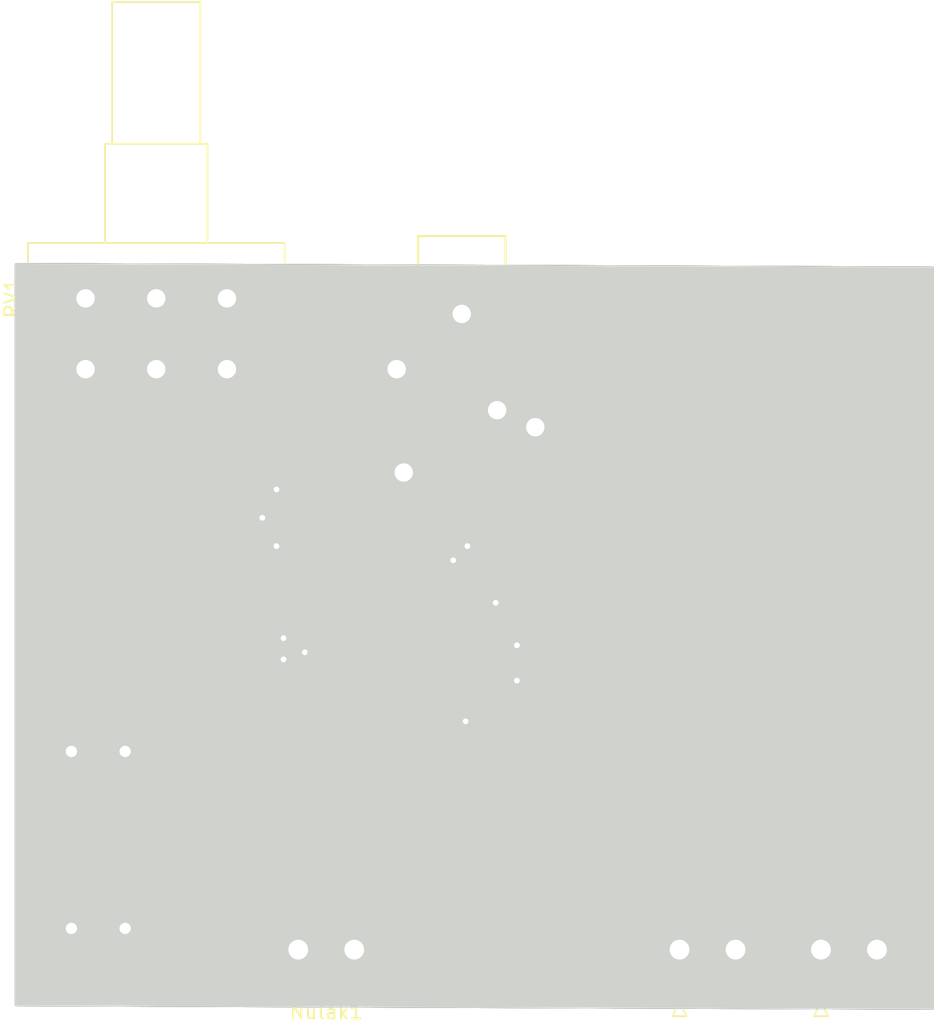
<source format=kicad_pcb>
(kicad_pcb (version 20171130) (host pcbnew "(5.1.8)-1")
  (layers (0 F.Cu signal) (31 B.Cu signal) (34 B.Paste user) (35 F.Paste user) (36 B.SilkS user) (37 F.SilkS user) (38 B.Mask user) (39 F.Mask user) (44 Edge.Cuts user))
  (net 0 "")
  (net 1 OUTPL)
  (net 2 BSPL)
  (net 3 "Net-(C2-Pad2)")
  (net 4 "Net-(C2-Pad1)")
  (net 5 OUTPR)
  (net 6 BSPR)
  (net 7 OUTNR)
  (net 8 BSNR)
  (net 9 GND1)
  (net 10 "Net-(C5-Pad1)")
  (net 11 "Net-(C6-Pad2)")
  (net 12 "Net-(C6-Pad1)")
  (net 13 GND2)
  (net 14 PLIMIT)
  (net 15 GND)
  (net 16 "Net-(C8-Pad1)")
  (net 17 OUTNL)
  (net 18 BSNL)
  (net 19 VCC)
  (net 20 "Net-(C12-Pad2)")
  (net 21 "Net-(C15-Pad1)")
  (net 22 "Net-(C16-Pad2)")
  (net 23 "Net-(C17-Pad1)")
  (net 24 "Net-(C18-Pad2)")
  (net 25 "Net-(C24-Pad1)")
  (net 26 "Net-(C25-Pad2)")
  (net 27 "Net-(C27-Pad1)")
  (net 28 "Net-(C28-Pad2)")
  (net 29 GAIN_SLV)
  (net 30 MUTE)
  (net 31 13)
  (net 32 SYNC)
  (net 33 FAULTZ)
  (net 34 10)
  (net 35 4)
  (module Package_SO:HTSSOP-32-1EP_6.1x11mm_P0.65mm_EP5.2x11mm_Mask4.11x4.36mm (layer F.Cu) (at 175 55)
    (fp_text reference U1 (at 0 -6.55) (layer F.SilkS))
    (fp_text value TPA3116D2DADR-TPA3116D2DADR)
    (pad 33 smd rect (at 0 0) (size 5.2 11) (layers F.Cu))
    (pad 32 smd rect (at 3.65 -4.875) (size 1.2 0.4) (layers F.Cu F.Paste F.Mask) (net 19 VCC))
    (pad 31 smd rect (at 3.65 -4.225) (size 1.2 0.4) (layers F.Cu F.Paste F.Mask) (net 19 VCC))
    (pad 30 smd rect (at 3.65 -3.575) (size 1.2 0.4) (layers F.Cu F.Paste F.Mask) (net 6 BSPR))
    (pad 29 smd rect (at 3.65 -2.925) (size 1.2 0.4) (layers F.Cu F.Paste F.Mask) (net 5 OUTPR))
    (pad 28 smd rect (at 3.65 -2.275) (size 1.2 0.4) (layers F.Cu F.Paste F.Mask) (net 15 GND))
    (pad 27 smd rect (at 3.65 -1.625) (size 1.2 0.4) (layers F.Cu F.Paste F.Mask) (net 7 OUTNR))
    (pad 26 smd rect (at 3.65 -0.975) (size 1.2 0.4) (layers F.Cu F.Paste F.Mask) (net 8 BSNR))
    (pad 25 smd rect (at 3.65 -0.325) (size 1.2 0.4) (layers F.Cu F.Paste F.Mask) (net 15 GND))
    (pad 24 smd rect (at 3.65 0.325) (size 1.2 0.4) (layers F.Cu F.Paste F.Mask) (net 2 BSPL))
    (pad 23 smd rect (at 3.65 0.975) (size 1.2 0.4) (layers F.Cu F.Paste F.Mask) (net 1 OUTPL))
    (pad 22 smd rect (at 3.65 1.625) (size 1.2 0.4) (layers F.Cu F.Paste F.Mask) (net 15 GND))
    (pad 21 smd rect (at 3.65 2.275) (size 1.2 0.4) (layers F.Cu F.Paste F.Mask) (net 17 OUTNL))
    (pad 20 smd rect (at 3.65 2.925) (size 1.2 0.4) (layers F.Cu F.Paste F.Mask) (net 18 BSNL))
    (pad 19 smd rect (at 3.65 3.575) (size 1.2 0.4) (layers F.Cu F.Paste F.Mask) (net 19 VCC))
    (pad 18 smd rect (at 3.65 4.225) (size 1.2 0.4) (layers F.Cu F.Paste F.Mask) (net 19 VCC))
    (pad 17 smd rect (at 3.65 4.875) (size 1.2 0.4) (layers F.Cu F.Paste F.Mask) (net 19 VCC))
    (pad 16 smd rect (at -3.65 4.875) (size 1.2 0.4) (layers F.Cu F.Paste F.Mask) (net 32 SYNC))
    (pad 15 smd rect (at -3.65 4.225) (size 1.2 0.4) (layers F.Cu F.Paste F.Mask) (net 15 GND))
    (pad 14 smd rect (at -3.65 3.575) (size 1.2 0.4) (layers F.Cu F.Paste F.Mask) (net 15 GND))
    (pad 13 smd rect (at -3.65 2.925) (size 1.2 0.4) (layers F.Cu F.Paste F.Mask) (net 31 13))
    (pad 12 smd rect (at -3.65 2.275) (size 1.2 0.4) (layers F.Cu F.Paste F.Mask) (net 30 MUTE))
    (pad 11 smd rect (at -3.65 1.625) (size 1.2 0.4) (layers F.Cu F.Paste F.Mask) (net 9 GND1))
    (pad 10 smd rect (at -3.65 0.975) (size 1.2 0.4) (layers F.Cu F.Paste F.Mask) (net 34 10))
    (pad 9 smd rect (at -3.65 0.325) (size 1.2 0.4) (layers F.Cu F.Paste F.Mask) (net 15 GND))
    (pad 8 smd rect (at -3.65 -0.325) (size 1.2 0.4) (layers F.Cu F.Paste F.Mask) (net 29 GAIN_SLV))
    (pad 7 smd rect (at -3.65 -0.975) (size 1.2 0.4) (layers F.Cu F.Paste F.Mask) (net 14 PLIMIT))
    (pad 6 smd rect (at -3.65 -1.625) (size 1.2 0.4) (layers F.Cu F.Paste F.Mask) (net 14 PLIMIT))
    (pad 5 smd rect (at -3.65 -2.275) (size 1.2 0.4) (layers F.Cu F.Paste F.Mask) (net 9 GND1))
    (pad 4 smd rect (at -3.65 -2.925) (size 1.2 0.4) (layers F.Cu F.Paste F.Mask) (net 35 4))
    (pad 3 smd rect (at -3.65 -3.575) (size 1.2 0.4) (layers F.Cu F.Paste F.Mask) (net 33 FAULTZ))
    (pad 2 smd rect (at -3.65 -4.225) (size 1.2 0.4) (layers F.Cu F.Paste F.Mask) (net 33 FAULTZ))
    (pad 1 smd rect (at -3.65 -4.875) (size 1.2 0.4) (layers F.Cu F.Paste F.Mask) (net 15 GND))
  )
  (module Potentiometer_THT:Potentiometer_Alps_RK163_Dual_Horizontal (layer F.Cu) (at 163 30 90)
    (fp_text reference RV1 (at 0 -15.2 90) (layer F.SilkS))
    (fp_text value 50k)
    (pad 4 thru_hole circle (at -5 0 90) (size 2.34 2.34) (drill 1.3) (layers *.Cu *.Mask) (net 12 "Net-(C6-Pad1)"))
    (pad 5 thru_hole circle (at -5 -5 90) (size 2.34 2.34) (drill 1.3) (layers *.Cu *.Mask) (net 34 10))
    (pad 6 thru_hole circle (at -5 -10 90) (size 2.34 2.34) (drill 1.3) (layers *.Cu *.Mask) (net 9 GND1))
    (pad 1 thru_hole circle (at 0 0 90) (size 2.34 2.34) (drill 1.3) (layers *.Cu *.Mask) (net 4 "Net-(C2-Pad1)"))
    (pad 2 thru_hole circle (at 0 -5 90) (size 2.34 2.34) (drill 1.3) (layers *.Cu *.Mask) (net 35 4))
    (pad 3 thru_hole circle (at 0 -10 90) (size 2.34 2.34) (drill 1.3) (layers *.Cu *.Mask) (net 9 GND1))
  )
  (module Connector_TE-Connectivity:TE_826576-2_1x02_P3.96mm_Vertical (layer F.Cu) (at 195 76)
    (fp_text reference R13 (at 1.98 -4.4) (layer F.SilkS))
    (fp_text value L)
    (pad 2 thru_hole circle (at 3.96 0) (size 2.4 2.4) (drill 1.4) (layers *.Cu *.Mask) (net 23 "Net-(C17-Pad1)"))
    (pad 1 thru_hole roundrect (at 0 0) (size 2.4 2.4) (drill 1.4) (layers *.Cu *.Mask) (roundrect_rratio 0.104167) (net 24 "Net-(C18-Pad2)"))
  )
  (module Connector_TE-Connectivity:TE_826576-2_1x02_P3.96mm_Vertical (layer F.Cu) (at 205 76)
    (fp_text reference R12 (at 1.98 -4.4) (layer F.SilkS))
    (fp_text value L)
    (pad 2 thru_hole circle (at 3.96 0) (size 2.4 2.4) (drill 1.4) (layers *.Cu *.Mask) (net 21 "Net-(C15-Pad1)"))
    (pad 1 thru_hole roundrect (at 0 0) (size 2.4 2.4) (drill 1.4) (layers *.Cu *.Mask) (roundrect_rratio 0.104167) (net 22 "Net-(C16-Pad2)"))
  )
  (module Resistor_SMD:R_0603_1608Metric (layer F.Cu) (at 208 57 180)
    (fp_text reference R11 (at 0 -1.43) (layer F.SilkS))
    (fp_text value 3.3)
    (pad 2 smd roundrect (at 0.825 0 180) (size 0.8 0.95) (layers F.Cu F.Paste F.Mask) (net 27 "Net-(C27-Pad1)"))
    (pad 1 smd roundrect (at -0.825 0 180) (size 0.8 0.95) (layers F.Cu F.Paste F.Mask) (net 23 "Net-(C17-Pad1)"))
  )
  (module Resistor_SMD:R_0603_1608Metric (layer F.Cu) (at 208 47 270)
    (fp_text reference R10 (at 0 -1.43 90) (layer F.SilkS))
    (fp_text value 3.3)
    (pad 2 smd roundrect (at 0.825 0 270) (size 0.8 0.95) (layers F.Cu F.Paste F.Mask) (net 22 "Net-(C16-Pad2)"))
    (pad 1 smd roundrect (at -0.825 0 270) (size 0.8 0.95) (layers F.Cu F.Paste F.Mask) (net 26 "Net-(C25-Pad2)"))
  )
  (module Resistor_SMD:R_0603_1608Metric (layer F.Cu) (at 208 36 180)
    (fp_text reference R9 (at 0 -1.43) (layer F.SilkS))
    (fp_text value 3.3)
    (pad 2 smd roundrect (at 0.825 0 180) (size 0.8 0.95) (layers F.Cu F.Paste F.Mask) (net 25 "Net-(C24-Pad1)"))
    (pad 1 smd roundrect (at -0.825 0 180) (size 0.8 0.95) (layers F.Cu F.Paste F.Mask) (net 21 "Net-(C15-Pad1)"))
  )
  (module Resistor_SMD:R_0603_1608Metric (layer F.Cu) (at 208 62 270)
    (fp_text reference R8 (at 0 -1.43 90) (layer F.SilkS))
    (fp_text value 3.3)
    (pad 2 smd roundrect (at 0.825 0 270) (size 0.8 0.95) (layers F.Cu F.Paste F.Mask) (net 24 "Net-(C18-Pad2)"))
    (pad 1 smd roundrect (at -0.825 0 270) (size 0.8 0.95) (layers F.Cu F.Paste F.Mask) (net 28 "Net-(C28-Pad2)"))
  )
  (module Resistor_SMD:R_0603_1608Metric (layer F.Cu) (at 153 53.5)
    (fp_text reference R7 (at 0 -1.43) (layer F.SilkS))
    (fp_text value 3.3)
    (pad 2 smd roundrect (at 0.825 0) (size 0.8 0.95) (layers F.Cu F.Paste F.Mask) (net 20 "Net-(C12-Pad2)"))
    (pad 1 smd roundrect (at -0.825 0) (size 0.8 0.95) (layers F.Cu F.Paste F.Mask) (net 19 VCC))
  )
  (module Resistor_SMD:R_0603_1608Metric (layer F.Cu) (at 153 49)
    (fp_text reference R6 (at 0 -1.43) (layer F.SilkS))
    (fp_text value 100k)
    (pad 2 smd roundrect (at 0.825 0) (size 0.8 0.95) (layers F.Cu F.Paste F.Mask) (net 33 FAULTZ))
    (pad 1 smd roundrect (at -0.825 0) (size 0.8 0.95) (layers F.Cu F.Paste F.Mask) (net 19 VCC))
  )
  (module Resistor_SMD:R_0603_1608Metric (layer F.Cu) (at 170 64)
    (fp_text reference R5 (at 0 -1.43) (layer F.SilkS))
    (fp_text value 4,7k)
    (pad 2 smd roundrect (at 0.825 0) (size 0.8 0.95) (layers F.Cu F.Paste F.Mask) (net 16 "Net-(C8-Pad1)"))
    (pad 1 smd roundrect (at -0.825 0) (size 0.8 0.95) (layers F.Cu F.Paste F.Mask) (net 32 SYNC))
  )
  (module Resistor_SMD:R_0603_1608Metric (layer F.Cu) (at 163 52 180)
    (fp_text reference R4 (at 0 -1.43) (layer F.SilkS))
    (fp_text value 100k)
    (pad 2 smd roundrect (at 0.825 0 180) (size 0.8 0.95) (layers F.Cu F.Paste F.Mask) (net 19 VCC))
    (pad 1 smd roundrect (at -0.825 0 180) (size 0.8 0.95) (layers F.Cu F.Paste F.Mask) (net 31 13))
  )
  (module Resistor_SMD:R_0603_1608Metric (layer F.Cu) (at 158.175 41 180)
    (fp_text reference R3 (at 0 -1.43) (layer F.SilkS))
    (fp_text value 100k)
    (pad 2 smd roundrect (at 0.825 0 180) (size 0.8 0.95) (layers F.Cu F.Paste F.Mask) (net 29 GAIN_SLV))
    (pad 1 smd roundrect (at -0.825 0 180) (size 0.8 0.95) (layers F.Cu F.Paste F.Mask) (net 14 PLIMIT))
  )
  (module Resistor_SMD:R_0603_1608Metric (layer F.Cu) (at 158 47)
    (fp_text reference R2 (at 0 -1.43) (layer F.SilkS))
    (fp_text value 100k)
    (pad 2 smd roundrect (at 0.825 0) (size 0.8 0.95) (layers F.Cu F.Paste F.Mask) (net 30 MUTE))
    (pad 1 smd roundrect (at -0.825 0) (size 0.8 0.95) (layers F.Cu F.Paste F.Mask) (net 15 GND))
  )
  (module Resistor_SMD:R_0603_1608Metric (layer F.Cu) (at 158 44 180)
    (fp_text reference R1 (at 0 -1.43) (layer F.SilkS))
    (fp_text value 20k)
    (pad 2 smd roundrect (at 0.825 0 180) (size 0.8 0.95) (layers F.Cu F.Paste F.Mask) (net 13 GND2))
    (pad 1 smd roundrect (at -0.825 0 180) (size 0.8 0.95) (layers F.Cu F.Paste F.Mask) (net 29 GAIN_SLV))
  )
  (module Connector_TE-Connectivity:TE_826576-2_1x02_P3.96mm_Vertical (layer F.Cu) (at 172 76 180)
    (fp_text reference Nulák1 (at 1.98 -4.4) (layer F.SilkS))
    (fp_text value Napětí)
    (pad 2 thru_hole circle (at 3.96 0 180) (size 2.4 2.4) (drill 1.4) (layers *.Cu *.Mask) (net 19 VCC))
    (pad 1 thru_hole roundrect (at 0 0 180) (size 2.4 2.4) (drill 1.4) (layers *.Cu *.Mask) (roundrect_rratio 0.104167) (net 15 GND))
  )
  (module Inductor_SMD:L_Bourns-SRU1028_10.0x10.0mm (layer F.Cu) (at 184 72.5)
    (fp_text reference L4 (at 0 -6.2) (layer F.SilkS))
    (fp_text value 10.0μH)
    (pad 2 smd rect (at 4.5 0) (size 1.8 3.6) (layers F.Cu F.Paste F.Mask) (net 24 "Net-(C18-Pad2)"))
    (pad 1 smd rect (at -4.5 0) (size 1.8 3.6) (layers F.Cu F.Paste F.Mask) (net 17 OUTNL))
  )
  (module Inductor_SMD:L_Bourns-SRU1028_10.0x10.0mm (layer F.Cu) (at 195 60 180)
    (fp_text reference L3 (at 0 -6.2) (layer F.SilkS))
    (fp_text value 10.0μH)
    (pad 2 smd rect (at 4.5 0 180) (size 1.8 3.6) (layers F.Cu F.Paste F.Mask) (net 1 OUTPL))
    (pad 1 smd rect (at -4.5 0 180) (size 1.8 3.6) (layers F.Cu F.Paste F.Mask) (net 23 "Net-(C17-Pad1)"))
  )
  (module Inductor_SMD:L_Bourns-SRU1028_10.0x10.0mm (layer F.Cu) (at 195 47.5)
    (fp_text reference L2 (at 0 -6.2) (layer F.SilkS))
    (fp_text value 10.0μH)
    (pad 2 smd rect (at 4.5 0) (size 1.8 3.6) (layers F.Cu F.Paste F.Mask) (net 22 "Net-(C16-Pad2)"))
    (pad 1 smd rect (at -4.5 0) (size 1.8 3.6) (layers F.Cu F.Paste F.Mask) (net 7 OUTNR))
  )
  (module Inductor_SMD:L_Bourns-SRU1028_10.0x10.0mm (layer F.Cu) (at 195 35 180)
    (fp_text reference L1 (at 0 -6.2) (layer F.SilkS))
    (fp_text value 10.0μH)
    (pad 2 smd rect (at 4.5 0 180) (size 1.8 3.6) (layers F.Cu F.Paste F.Mask) (net 5 OUTPR))
    (pad 1 smd rect (at -4.5 0 180) (size 1.8 3.6) (layers F.Cu F.Paste F.Mask) (net 21 "Net-(C15-Pad1)"))
  )
  (module Connector_Audio:Jack_3.5mm_Ledino_KB3SPRS_Horizontal (layer F.Cu) (at 175 35 270)
    (fp_text reference J1 (at -3.5 2.3 90) (layer F.SilkS))
    (fp_text value AudioJack3)
    (pad S thru_hole oval (at -3.9 -4.6 270) (size 2.2 4) (drill 1.3) (layers *.Cu *.Mask) (net 3 "Net-(C2-Pad2)"))
    (pad R thru_hole oval (at 4.1 -9.8 270) (size 4 2.2) (drill 1.3) (layers *.Cu *.Mask) (net 11 "Net-(C6-Pad2)"))
    (pad RN thru_hole oval (at 2.9 -7.1 270) (size 4 2.2) (drill 1.3) (layers *.Cu *.Mask))
    (pad TN thru_hole oval (at 7.3 -0.5) (size 4 2.2) (drill 1.3) (layers *.Cu *.Mask))
    (pad T thru_hole rect (at 0 0 270) (size 4 2.2) (drill 1.3) (layers *.Cu *.Mask) (net 10 "Net-(C5-Pad1)"))
  )
  (module Capacitor_THT:CP_Radial_D8.0mm_P3.80mm (layer F.Cu) (at 152 74.5)
    (fp_text reference C29 (at 1.9 -5.25) (layer F.SilkS))
    (fp_text value 220uF)
    (pad 2 thru_hole circle (at 3.8 0) (size 1.6 1.6) (drill 0.8) (layers *.Cu *.Mask) (net 15 GND))
    (pad 1 thru_hole rect (at 0 0) (size 1.6 1.6) (drill 0.8) (layers *.Cu *.Mask) (net 19 VCC))
  )
  (module Capacitor_SMD:C_0603_1608Metric (layer F.Cu) (at 203 62 90)
    (fp_text reference C28 (at 0 -1.43 90) (layer F.SilkS))
    (fp_text value 10nF)
    (pad 2 smd roundrect (at 0.775 0 90) (size 0.9 0.95) (layers F.Cu F.Paste F.Mask) (net 28 "Net-(C28-Pad2)"))
    (pad 1 smd roundrect (at -0.775 0 90) (size 0.9 0.95) (layers F.Cu F.Paste F.Mask) (net 15 GND))
  )
  (module Capacitor_SMD:C_0603_1608Metric (layer F.Cu) (at 203 57 90)
    (fp_text reference C27 (at 0 -1.43 90) (layer F.SilkS))
    (fp_text value 10nF)
    (pad 2 smd roundrect (at 0.775 0 90) (size 0.9 0.95) (layers F.Cu F.Paste F.Mask) (net 15 GND))
    (pad 1 smd roundrect (at -0.775 0 90) (size 0.9 0.95) (layers F.Cu F.Paste F.Mask) (net 27 "Net-(C27-Pad1)"))
  )
  (module Capacitor_SMD:C_0603_1608Metric (layer F.Cu) (at 161 63 180)
    (fp_text reference C26 (at 0 -1.43) (layer F.SilkS))
    (fp_text value 100nF)
    (pad 2 smd roundrect (at 0.775 0 180) (size 0.9 0.95) (layers F.Cu F.Paste F.Mask) (net 15 GND))
    (pad 1 smd roundrect (at -0.775 0 180) (size 0.9 0.95) (layers F.Cu F.Paste F.Mask) (net 19 VCC))
  )
  (module Capacitor_SMD:C_0603_1608Metric (layer F.Cu) (at 207.775 42 270)
    (fp_text reference C25 (at 0 -1.43 90) (layer F.SilkS))
    (fp_text value 10nF)
    (pad 2 smd roundrect (at 0.775 0 270) (size 0.9 0.95) (layers F.Cu F.Paste F.Mask) (net 26 "Net-(C25-Pad2)"))
    (pad 1 smd roundrect (at -0.775 0 270) (size 0.9 0.95) (layers F.Cu F.Paste F.Mask) (net 15 GND))
  )
  (module Capacitor_SMD:C_0603_1608Metric (layer F.Cu) (at 204 36 270)
    (fp_text reference C24 (at 0 -1.43 90) (layer F.SilkS))
    (fp_text value 10nF)
    (pad 2 smd roundrect (at 0.775 0 270) (size 0.9 0.95) (layers F.Cu F.Paste F.Mask) (net 15 GND))
    (pad 1 smd roundrect (at -0.775 0 270) (size 0.9 0.95) (layers F.Cu F.Paste F.Mask) (net 25 "Net-(C24-Pad1)"))
  )
  (module Capacitor_SMD:C_0603_1608Metric (layer F.Cu) (at 164.775 65 90)
    (fp_text reference C23 (at 0 -1.43 90) (layer F.SilkS))
    (fp_text value 1nF)
    (pad 2 smd roundrect (at 0.775 0 90) (size 0.9 0.95) (layers F.Cu F.Paste F.Mask) (net 15 GND))
    (pad 1 smd roundrect (at -0.775 0 90) (size 0.9 0.95) (layers F.Cu F.Paste F.Mask) (net 19 VCC))
  )
  (module Capacitor_SMD:C_0603_1608Metric (layer F.Cu) (at 208 66 270)
    (fp_text reference C22 (at 0 -1.43 90) (layer F.SilkS))
    (fp_text value 1nF)
    (pad 2 smd roundrect (at 0.775 0 270) (size 0.9 0.95) (layers F.Cu F.Paste F.Mask) (net 24 "Net-(C18-Pad2)"))
    (pad 1 smd roundrect (at -0.775 0 270) (size 0.9 0.95) (layers F.Cu F.Paste F.Mask) (net 15 GND))
  )
  (module Capacitor_SMD:C_0603_1608Metric (layer F.Cu) (at 208 53 90)
    (fp_text reference C21 (at 0 -1.43 90) (layer F.SilkS))
    (fp_text value 1nF)
    (pad 2 smd roundrect (at 0.775 0 90) (size 0.9 0.95) (layers F.Cu F.Paste F.Mask) (net 15 GND))
    (pad 1 smd roundrect (at -0.775 0 90) (size 0.9 0.95) (layers F.Cu F.Paste F.Mask) (net 23 "Net-(C17-Pad1)"))
  )
  (module Capacitor_SMD:C_0603_1608Metric (layer F.Cu) (at 204 47 90)
    (fp_text reference C20 (at 0 -1.43 90) (layer F.SilkS))
    (fp_text value 1nF)
    (pad 2 smd roundrect (at 0.775 0 90) (size 0.9 0.95) (layers F.Cu F.Paste F.Mask) (net 22 "Net-(C16-Pad2)"))
    (pad 1 smd roundrect (at -0.775 0 90) (size 0.9 0.95) (layers F.Cu F.Paste F.Mask) (net 15 GND))
  )
  (module Capacitor_SMD:C_0603_1608Metric (layer F.Cu) (at 208 31 90)
    (fp_text reference C19 (at 0 -1.43 90) (layer F.SilkS))
    (fp_text value 1nF)
    (pad 2 smd roundrect (at 0.775 0 90) (size 0.9 0.95) (layers F.Cu F.Paste F.Mask) (net 15 GND))
    (pad 1 smd roundrect (at -0.775 0 90) (size 0.9 0.95) (layers F.Cu F.Paste F.Mask) (net 21 "Net-(C15-Pad1)"))
  )
  (module Capacitor_SMD:C_0603_1608Metric (layer F.Cu) (at 203 66.225 270)
    (fp_text reference C18 (at 0 -1.43 90) (layer F.SilkS))
    (fp_text value 680nF)
    (pad 2 smd roundrect (at 0.775 0 270) (size 0.9 0.95) (layers F.Cu F.Paste F.Mask) (net 24 "Net-(C18-Pad2)"))
    (pad 1 smd roundrect (at -0.775 0 270) (size 0.9 0.95) (layers F.Cu F.Paste F.Mask) (net 15 GND))
  )
  (module Capacitor_SMD:C_0603_1608Metric (layer F.Cu) (at 203 53 90)
    (fp_text reference C17 (at 0 -1.43 90) (layer F.SilkS))
    (fp_text value 680nF)
    (pad 2 smd roundrect (at 0.775 0 90) (size 0.9 0.95) (layers F.Cu F.Paste F.Mask) (net 15 GND))
    (pad 1 smd roundrect (at -0.775 0 90) (size 0.9 0.95) (layers F.Cu F.Paste F.Mask) (net 23 "Net-(C17-Pad1)"))
  )
  (module Capacitor_SMD:C_0603_1608Metric (layer F.Cu) (at 204 42 270)
    (fp_text reference C16 (at 0 -1.43 90) (layer F.SilkS))
    (fp_text value 680nF)
    (pad 2 smd roundrect (at 0.775 0 270) (size 0.9 0.95) (layers F.Cu F.Paste F.Mask) (net 22 "Net-(C16-Pad2)"))
    (pad 1 smd roundrect (at -0.775 0 270) (size 0.9 0.95) (layers F.Cu F.Paste F.Mask) (net 15 GND))
  )
  (module Capacitor_SMD:C_0603_1608Metric (layer F.Cu) (at 204 31 90)
    (fp_text reference C15 (at 0 -1.43 90) (layer F.SilkS))
    (fp_text value 680nF)
    (pad 2 smd roundrect (at 0.775 0 90) (size 0.9 0.95) (layers F.Cu F.Paste F.Mask) (net 15 GND))
    (pad 1 smd roundrect (at -0.775 0 90) (size 0.9 0.95) (layers F.Cu F.Paste F.Mask) (net 21 "Net-(C15-Pad1)"))
  )
  (module Capacitor_SMD:C_0603_1608Metric (layer F.Cu) (at 161 67)
    (fp_text reference C14 (at 0 -1.43) (layer F.SilkS))
    (fp_text value 10nF)
    (pad 2 smd roundrect (at 0.775 0) (size 0.9 0.95) (layers F.Cu F.Paste F.Mask) (net 19 VCC))
    (pad 1 smd roundrect (at -0.775 0) (size 0.9 0.95) (layers F.Cu F.Paste F.Mask) (net 15 GND))
  )
  (module Capacitor_THT:CP_Radial_D8.0mm_P3.80mm (layer F.Cu) (at 152 62)
    (fp_text reference C13 (at 1.9 -5.25) (layer F.SilkS))
    (fp_text value 220uF)
    (pad 2 thru_hole circle (at 3.8 0) (size 1.6 1.6) (drill 0.8) (layers *.Cu *.Mask) (net 15 GND))
    (pad 1 thru_hole rect (at 0 0) (size 1.6 1.6) (drill 0.8) (layers *.Cu *.Mask) (net 19 VCC))
  )
  (module Capacitor_SMD:C_0603_1608Metric (layer F.Cu) (at 158 56 90)
    (fp_text reference C12 (at 0 -1.43 90) (layer F.SilkS))
    (fp_text value 100nF)
    (pad 2 smd roundrect (at 0.775 0 90) (size 0.9 0.95) (layers F.Cu F.Paste F.Mask) (net 20 "Net-(C12-Pad2)"))
    (pad 1 smd roundrect (at -0.775 0 90) (size 0.9 0.95) (layers F.Cu F.Paste F.Mask) (net 15 GND))
  )
  (module Capacitor_SMD:C_0603_1608Metric (layer F.Cu) (at 161 71)
    (fp_text reference C11 (at 0 -1.43) (layer F.SilkS))
    (fp_text value 100nF)
    (pad 2 smd roundrect (at 0.775 0) (size 0.9 0.95) (layers F.Cu F.Paste F.Mask) (net 15 GND))
    (pad 1 smd roundrect (at -0.775 0) (size 0.9 0.95) (layers F.Cu F.Paste F.Mask) (net 19 VCC))
  )
  (module Capacitor_SMD:C_0603_1608Metric (layer F.Cu) (at 165 69 180)
    (fp_text reference C10 (at 0 -1.43) (layer F.SilkS))
    (fp_text value 1nF)
    (pad 2 smd roundrect (at 0.775 0 180) (size 0.9 0.95) (layers F.Cu F.Paste F.Mask) (net 15 GND))
    (pad 1 smd roundrect (at -0.775 0 180) (size 0.9 0.95) (layers F.Cu F.Paste F.Mask) (net 19 VCC))
  )
  (module Capacitor_SMD:C_0603_1608Metric (layer F.Cu) (at 187 61.225 90)
    (fp_text reference C9 (at 0 -1.43 90) (layer F.SilkS))
    (fp_text value 1μF)
    (pad 2 smd roundrect (at 0.775 0 90) (size 0.9 0.95) (layers F.Cu F.Paste F.Mask) (net 17 OUTNL))
    (pad 1 smd roundrect (at -0.775 0 90) (size 0.9 0.95) (layers F.Cu F.Paste F.Mask) (net 18 BSNL))
  )
  (module Capacitor_SMD:C_0603_1608Metric (layer F.Cu) (at 175 64)
    (fp_text reference C8 (at 0 -1.43) (layer F.SilkS))
    (fp_text value 47pF)
    (pad 2 smd roundrect (at 0.775 0) (size 0.9 0.95) (layers F.Cu F.Paste F.Mask) (net 15 GND))
    (pad 1 smd roundrect (at -0.775 0) (size 0.9 0.95) (layers F.Cu F.Paste F.Mask) (net 16 "Net-(C8-Pad1)"))
  )
  (module Capacitor_SMD:C_0603_1608Metric (layer F.Cu) (at 153 42 270)
    (fp_text reference C7 (at 0 -1.43 90) (layer F.SilkS))
    (fp_text value 1μF)
    (pad 2 smd roundrect (at 0.775 0 270) (size 0.9 0.95) (layers F.Cu F.Paste F.Mask) (net 13 GND2))
    (pad 1 smd roundrect (at -0.775 0 270) (size 0.9 0.95) (layers F.Cu F.Paste F.Mask) (net 14 PLIMIT))
  )
  (module Capacitor_SMD:C_0603_1608Metric (layer F.Cu) (at 170 33.5)
    (fp_text reference C6 (at 0 -1.43) (layer F.SilkS))
    (fp_text value 1μF)
    (pad 2 smd roundrect (at 0.775 0) (size 0.9 0.95) (layers F.Cu F.Paste F.Mask) (net 11 "Net-(C6-Pad2)"))
    (pad 1 smd roundrect (at -0.775 0) (size 0.9 0.95) (layers F.Cu F.Paste F.Mask) (net 12 "Net-(C6-Pad1)"))
  )
  (module Capacitor_SMD:C_0603_1608Metric (layer F.Cu) (at 170 36 180)
    (fp_text reference C5 (at 0 -1.43) (layer F.SilkS))
    (fp_text value 1μF)
    (pad 2 smd roundrect (at 0.775 0 180) (size 0.9 0.95) (layers F.Cu F.Paste F.Mask) (net 9 GND1))
    (pad 1 smd roundrect (at -0.775 0 180) (size 0.9 0.95) (layers F.Cu F.Paste F.Mask) (net 10 "Net-(C5-Pad1)"))
  )
  (module Capacitor_SMD:C_0603_1608Metric (layer F.Cu) (at 187 53.225 90)
    (fp_text reference C4 (at 0 -1.43 90) (layer F.SilkS))
    (fp_text value 1μF)
    (pad 2 smd roundrect (at 0.775 0 90) (size 0.9 0.95) (layers F.Cu F.Paste F.Mask) (net 7 OUTNR))
    (pad 1 smd roundrect (at -0.775 0 90) (size 0.9 0.95) (layers F.Cu F.Paste F.Mask) (net 8 BSNR))
  )
  (module Capacitor_SMD:C_0603_1608Metric (layer F.Cu) (at 187 49 270)
    (fp_text reference C3 (at 0 -1.43 90) (layer F.SilkS))
    (fp_text value 1μF)
    (pad 2 smd roundrect (at 0.775 0 270) (size 0.9 0.95) (layers F.Cu F.Paste F.Mask) (net 5 OUTPR))
    (pad 1 smd roundrect (at -0.775 0 270) (size 0.9 0.95) (layers F.Cu F.Paste F.Mask) (net 6 BSPR))
  )
  (module Capacitor_SMD:C_0603_1608Metric (layer F.Cu) (at 170 31)
    (fp_text reference C2 (at 0 -1.43) (layer F.SilkS))
    (fp_text value 1μF)
    (pad 2 smd roundrect (at 0.775 0) (size 0.9 0.95) (layers F.Cu F.Paste F.Mask) (net 3 "Net-(C2-Pad2)"))
    (pad 1 smd roundrect (at -0.775 0) (size 0.9 0.95) (layers F.Cu F.Paste F.Mask) (net 4 "Net-(C2-Pad1)"))
  )
  (module Capacitor_SMD:C_0603_1608Metric (layer F.Cu) (at 187 57 270)
    (fp_text reference C1 (at 0 -1.43 90) (layer F.SilkS))
    (fp_text value 1μF)
    (pad 2 smd roundrect (at 0.775 0 270) (size 0.9 0.95) (layers F.Cu F.Paste F.Mask) (net 1 OUTPL))
    (pad 1 smd roundrect (at -0.775 0 270) (size 0.9 0.95) (layers F.Cu F.Paste F.Mask) (net 2 BSPL))
  )
  (segment (start 188.275 57.775) (end 190.5 60) (width 0.381) (layer F.Cu) (net 1))
  (segment (start 187 57.775) (end 188.275 57.775) (width 0.381) (layer F.Cu) (net 1))
  (segment (start 178.65 55.975) (end 183.975 55.975) (width 0.381) (layer F.Cu) (net 1))
  (segment (start 185.775 57.775) (end 187 57.775) (width 0.381) (layer F.Cu) (net 1))
  (segment (start 183.975 55.975) (end 185.775 57.775) (width 0.381) (layer F.Cu) (net 1))
  (segment (start 186.1 55.325) (end 187 56.225) (width 0.381) (layer F.Cu) (net 2))
  (segment (start 178.65 55.325) (end 186.1 55.325) (width 0.381) (layer F.Cu) (net 2))
  (segment (start 179.5 31) (end 179.6 31.1) (width 0.762) (layer F.Cu) (net 3))
  (segment (start 170.775 31) (end 179.5 31) (width 0.762) (layer F.Cu) (net 3))
  (segment (start 164 31) (end 163 30) (width 0.762) (layer F.Cu) (net 4))
  (segment (start 169.225 31) (end 164 31) (width 0.762) (layer F.Cu) (net 4))
  (segment (start 187.86551 37.63449) (end 190.5 35) (width 0.381) (layer F.Cu) (net 5))
  (segment (start 187.86551 48.90949) (end 187.86551 37.63449) (width 0.381) (layer F.Cu) (net 5))
  (segment (start 187 49.775) (end 187.86551 48.90949) (width 0.381) (layer F.Cu) (net 5))
  (segment (start 179.631 52.075) (end 181.706 50) (width 0.381) (layer F.Cu) (net 5))
  (segment (start 178.65 52.075) (end 179.631 52.075) (width 0.381) (layer F.Cu) (net 5))
  (segment (start 186.775 50) (end 187 49.775) (width 0.381) (layer F.Cu) (net 5))
  (segment (start 181.706 50) (end 186.775 50) (width 0.381) (layer F.Cu) (net 5))
  (segment (start 187 48.225) (end 186.775 48.225) (width 0.381) (layer F.Cu) (net 6))
  (segment (start 182.659328 48.225) (end 187 48.225) (width 0.381) (layer F.Cu) (net 6))
  (segment (start 179.459328 51.425) (end 182.659328 48.225) (width 0.381) (layer F.Cu) (net 6))
  (segment (start 178.65 51.425) (end 179.459328 51.425) (width 0.381) (layer F.Cu) (net 6))
  (segment (start 190.5 48.95) (end 190.5 47.5) (width 0.381) (layer F.Cu) (net 7))
  (segment (start 187 52.45) (end 190.5 48.95) (width 0.381) (layer F.Cu) (net 7))
  (segment (start 187 52.45) (end 186.55 52.45) (width 0.381) (layer F.Cu) (net 7))
  (segment (start 178.65 53.375) (end 181.625 53.375) (width 0.381) (layer F.Cu) (net 7))
  (segment (start 182.55 52.45) (end 187 52.45) (width 0.381) (layer F.Cu) (net 7))
  (segment (start 181.625 53.375) (end 182.55 52.45) (width 0.381) (layer F.Cu) (net 7))
  (segment (start 178.675 54) (end 178.65 54.025) (width 0.381) (layer F.Cu) (net 8))
  (segment (start 178.65 54.025) (end 182.00601 54.025) (width 0.381) (layer F.Cu) (net 8))
  (segment (start 182.00601 54.025) (end 183 53.03101) (width 0.381) (layer F.Cu) (net 8))
  (segment (start 186.03101 53.03101) (end 187 54) (width 0.381) (layer F.Cu) (net 8))
  (segment (start 183 53.03101) (end 186.03101 53.03101) (width 0.381) (layer F.Cu) (net 8))
  (segment (start 153 30) (end 153 35) (width 0.762) (layer F.Cu) (net 9))
  (segment (start 165.5 47) (end 165.5 45.5) (width 0.381) (layer F.Cu) (net 9))
  (segment (start 165.5 49) (end 165.5 47) (width 0.381) (layer F.Cu) (net 9))
  (segment (start 169.225 52.725) (end 165.5 49) (width 0.381) (layer F.Cu) (net 9))
  (segment (start 171.35 52.725) (end 169.225 52.725) (width 0.381) (layer F.Cu) (net 9))
  (segment (start 171.35 56.625) (end 168.125 56.625) (width 0.381) (layer F.Cu) (net 9))
  (segment (start 168.125 56.625) (end 167 55.5) (width 0.381) (layer F.Cu) (net 9))
  (segment (start 167 55.5) (end 167 55.5) (width 0.381) (layer F.Cu) (net 9))
  (via (at 167 55.5) (size 0.508) (drill 0.4064) (layers F.Cu B.Cu) (net 9))
  (segment (start 165.5 45.5) (end 165.5 45.5) (width 0.381) (layer F.Cu) (net 9))
  (via (at 165.5 45.5) (size 0.508) (drill 0.4064) (layers F.Cu B.Cu) (net 9))
  (segment (start 169.144501 49.144501) (end 165.5 45.5) (width 0.381) (layer B.Cu) (net 9))
  (segment (start 165.5 45.5) (end 165.5 44.5) (width 0.381) (layer B.Cu) (net 9))
  (segment (start 165.5 44.5) (end 166.5 43.5) (width 0.381) (layer B.Cu) (net 9))
  (segment (start 166.5 43.5) (end 166.5 43.5) (width 0.381) (layer B.Cu) (net 9))
  (via (at 166.5 43.5) (size 0.508) (drill 0.4064) (layers F.Cu B.Cu) (net 9))
  (segment (start 169.225 40.775) (end 166.5 43.5) (width 0.381) (layer F.Cu) (net 9))
  (segment (start 169.225 36) (end 169.225 40.775) (width 0.381) (layer F.Cu) (net 9))
  (segment (start 154.560501 36.560501) (end 153 35) (width 0.381) (layer F.Cu) (net 9))
  (segment (start 169.139499 36.560501) (end 154.560501 36.560501) (width 0.381) (layer F.Cu) (net 9))
  (segment (start 169.225 36.475) (end 169.139499 36.560501) (width 0.381) (layer F.Cu) (net 9))
  (segment (start 169.225 36) (end 169.225 36.475) (width 0.381) (layer F.Cu) (net 9))
  (segment (start 169.144501 53.355499) (end 167 55.5) (width 0.381) (layer B.Cu) (net 9))
  (segment (start 169.144501 49.144501) (end 169.144501 53.355499) (width 0.381) (layer B.Cu) (net 9))
  (segment (start 174 36) (end 175 35) (width 0.762) (layer F.Cu) (net 10))
  (segment (start 170.775 36) (end 174 36) (width 0.762) (layer F.Cu) (net 10))
  (segment (start 171.856001 32.418999) (end 176.418999 32.418999) (width 0.762) (layer F.Cu) (net 11))
  (segment (start 170.775 33.5) (end 171.856001 32.418999) (width 0.762) (layer F.Cu) (net 11))
  (segment (start 176.418999 32.418999) (end 178 34) (width 0.762) (layer F.Cu) (net 11))
  (segment (start 184.8 37.322693) (end 184.8 39.1) (width 0.762) (layer F.Cu) (net 11))
  (segment (start 181.477307 34) (end 184.8 37.322693) (width 0.762) (layer F.Cu) (net 11))
  (segment (start 178 34) (end 181.477307 34) (width 0.762) (layer F.Cu) (net 11))
  (segment (start 167.725 35) (end 169.225 33.5) (width 0.762) (layer F.Cu) (net 12))
  (segment (start 163 35) (end 167.725 35) (width 0.762) (layer F.Cu) (net 12))
  (segment (start 154.225 44) (end 153 42.775) (width 0.381) (layer F.Cu) (net 13))
  (segment (start 157.175 44) (end 154.225 44) (width 0.381) (layer F.Cu) (net 13))
  (segment (start 159 42.006) (end 159 41) (width 0.381) (layer F.Cu) (net 14))
  (segment (start 171.35 53.375) (end 171.35 54.025) (width 0.381) (layer F.Cu) (net 14))
  (segment (start 154.09051 40.13449) (end 153 41.225) (width 0.381) (layer F.Cu) (net 14))
  (segment (start 158.13449 40.13449) (end 154.09051 40.13449) (width 0.381) (layer F.Cu) (net 14))
  (segment (start 159 41) (end 158.13449 40.13449) (width 0.381) (layer F.Cu) (net 14))
  (segment (start 159 42.075) (end 159 42.006) (width 0.381) (layer F.Cu) (net 14))
  (segment (start 171.35 54.025) (end 170.95 54.025) (width 0.381) (layer F.Cu) (net 14))
  (segment (start 160.27501 43.35001) (end 159 42.075) (width 0.381) (layer F.Cu) (net 14))
  (segment (start 160.27501 44.596682) (end 160.27501 43.35001) (width 0.381) (layer F.Cu) (net 14))
  (segment (start 169.703328 54.025) (end 160.27501 44.596682) (width 0.381) (layer F.Cu) (net 14))
  (segment (start 171.35 54.025) (end 169.703328 54.025) (width 0.381) (layer F.Cu) (net 14))
  (segment (start 170.369 59.225) (end 170 59.594) (width 0.381) (layer F.Cu) (net 15))
  (segment (start 171.35 59.225) (end 170.369 59.225) (width 0.381) (layer F.Cu) (net 15))
  (segment (start 169.406 59.594) (end 164.775 64.225) (width 0.762) (layer F.Cu) (net 15))
  (segment (start 170 59.594) (end 169.406 59.594) (width 0.762) (layer F.Cu) (net 15))
  (segment (start 178.834499 52.665501) (end 180.834499 52.665501) (width 0.381) (layer F.Cu) (net 15))
  (segment (start 178.775 52.725) (end 178.834499 52.665501) (width 0.381) (layer F.Cu) (net 15))
  (segment (start 178.65 52.725) (end 178.775 52.725) (width 0.381) (layer F.Cu) (net 15))
  (segment (start 180.834499 52.665501) (end 182 51.5) (width 0.381) (layer F.Cu) (net 15))
  (segment (start 182 51.5) (end 182 51.5) (width 0.381) (layer F.Cu) (net 15))
  (via (at 182 51.5) (size 0.508) (drill 0.4064) (layers F.Cu B.Cu) (net 15))
  (segment (start 182 51.5) (end 182 52.5) (width 0.381) (layer B.Cu) (net 15))
  (segment (start 182 52.5) (end 183.5 54) (width 0.381) (layer B.Cu) (net 15))
  (segment (start 183.5 54) (end 183.5 54.5) (width 0.381) (layer B.Cu) (net 15))
  (segment (start 183.5 54.5) (end 183.5 57) (width 0.381) (layer B.Cu) (net 15))
  (via (at 183.5 54.5) (size 0.508) (drill 0.4064) (layers F.Cu B.Cu) (net 15))
  (segment (start 183.5 57) (end 183.5 57) (width 0.381) (layer B.Cu) (net 15))
  (via (at 183.5 57) (size 0.508) (drill 0.4064) (layers F.Cu B.Cu) (net 15))
  (segment (start 183.325 54.675) (end 183.5 54.5) (width 0.381) (layer F.Cu) (net 15))
  (segment (start 178.65 54.675) (end 183.325 54.675) (width 0.381) (layer F.Cu) (net 15))
  (segment (start 183.125 56.625) (end 183.5 57) (width 0.381) (layer F.Cu) (net 15))
  (segment (start 178.65 56.625) (end 183.125 56.625) (width 0.381) (layer F.Cu) (net 15))
  (segment (start 171.35 59.225) (end 171.35 58.575) (width 0.381) (layer F.Cu) (net 15))
  (segment (start 182 51.5) (end 182 49) (width 0.381) (layer B.Cu) (net 15))
  (segment (start 182 49) (end 180.5 47.5) (width 0.381) (layer B.Cu) (net 15))
  (via (at 180 47.5) (size 0.508) (drill 0.4064) (layers F.Cu B.Cu) (net 15))
  (segment (start 180.5 47.5) (end 180 47.5) (width 0.381) (layer B.Cu) (net 15))
  (segment (start 171.35 48.65) (end 171.35 50.125) (width 0.381) (layer F.Cu) (net 15))
  (segment (start 172.5 47.5) (end 171.35 48.65) (width 0.381) (layer F.Cu) (net 15))
  (segment (start 180 47.5) (end 172.5 47.5) (width 0.381) (layer F.Cu) (net 15))
  (via (at 168.5 55) (size 0.508) (drill 0.4064) (layers F.Cu B.Cu) (net 15))
  (segment (start 168.825 55.325) (end 168.5 55) (width 0.381) (layer F.Cu) (net 15))
  (segment (start 171.35 55.325) (end 168.825 55.325) (width 0.381) (layer F.Cu) (net 15))
  (segment (start 179.644501 47.855499) (end 180 47.5) (width 0.381) (layer B.Cu) (net 15))
  (segment (start 175.644501 47.855499) (end 179.644501 47.855499) (width 0.381) (layer B.Cu) (net 15))
  (segment (start 168.5 55) (end 175.644501 47.855499) (width 0.381) (layer B.Cu) (net 15))
  (segment (start 174.225 64) (end 170.825 64) (width 0.381) (layer F.Cu) (net 16))
  (segment (start 187 60.45) (end 187.45 60.45) (width 0.381) (layer F.Cu) (net 17))
  (segment (start 187.45 60.45) (end 188 61) (width 0.381) (layer F.Cu) (net 17))
  (segment (start 188 64) (end 179.5 72.5) (width 0.381) (layer F.Cu) (net 17))
  (segment (start 188 61) (end 188 64) (width 0.381) (layer F.Cu) (net 17))
  (segment (start 178.65 57.275) (end 181.275 57.275) (width 0.381) (layer F.Cu) (net 17))
  (segment (start 184.45 60.45) (end 187 60.45) (width 0.381) (layer F.Cu) (net 17))
  (segment (start 181.275 57.275) (end 184.45 60.45) (width 0.381) (layer F.Cu) (net 17))
  (segment (start 178.65 57.925) (end 180.925 57.925) (width 0.381) (layer F.Cu) (net 18))
  (segment (start 180.925 57.925) (end 185 62) (width 0.381) (layer F.Cu) (net 18))
  (segment (start 185 62) (end 187 62) (width 0.381) (layer F.Cu) (net 18))
  (segment (start 152 74.5) (end 152 62) (width 0.762) (layer F.Cu) (net 19))
  (segment (start 152 74.5) (end 154.5 77) (width 0.762) (layer F.Cu) (net 19))
  (segment (start 167.04 77) (end 168.04 76) (width 0.762) (layer F.Cu) (net 19))
  (segment (start 154.5 77) (end 167.04 77) (width 0.762) (layer F.Cu) (net 19))
  (segment (start 165.775 73.735) (end 168.04 76) (width 0.762) (layer F.Cu) (net 19))
  (segment (start 165.775 69) (end 165.775 73.735) (width 0.762) (layer F.Cu) (net 19))
  (segment (start 165.775 66.775) (end 164.775 65.775) (width 0.762) (layer F.Cu) (net 19))
  (segment (start 165.775 69) (end 165.775 66.775) (width 0.762) (layer F.Cu) (net 19))
  (segment (start 163.55 67) (end 164.775 65.775) (width 0.762) (layer F.Cu) (net 19))
  (segment (start 161.775 67) (end 163.55 67) (width 0.762) (layer F.Cu) (net 19))
  (segment (start 160.225 71) (end 160.225 69.775) (width 0.762) (layer F.Cu) (net 19))
  (segment (start 161.775 68.225) (end 161.775 67) (width 0.762) (layer F.Cu) (net 19))
  (segment (start 160.225 69.775) (end 161.775 68.225) (width 0.762) (layer F.Cu) (net 19))
  (segment (start 161.775 67) (end 161.775 63) (width 0.762) (layer F.Cu) (net 19))
  (segment (start 165.775 66.775) (end 173.225 66.775) (width 0.762) (layer F.Cu) (net 19))
  (segment (start 173.225 66.775) (end 176.225 66.775) (width 0.762) (layer F.Cu) (net 19))
  (segment (start 176.225 66.775) (end 181 62) (width 0.762) (layer F.Cu) (net 19))
  (segment (start 181 62) (end 181 61) (width 0.762) (layer F.Cu) (net 19))
  (segment (start 179.875 59.875) (end 179.875 59.875) (width 0.381) (layer F.Cu) (net 19))
  (segment (start 178.65 59.875) (end 179.875 59.875) (width 0.381) (layer F.Cu) (net 19))
  (segment (start 152.175 61.825) (end 152 62) (width 0.762) (layer F.Cu) (net 19))
  (segment (start 152.175 53.5) (end 152.175 61.825) (width 0.762) (layer F.Cu) (net 19))
  (segment (start 161.35 51.175) (end 162.175 52) (width 0.762) (layer F.Cu) (net 19))
  (segment (start 152.175 51.175) (end 161.35 51.175) (width 0.762) (layer F.Cu) (net 19))
  (segment (start 152.175 49) (end 152.175 51.175) (width 0.762) (layer F.Cu) (net 19))
  (segment (start 152.175 51.175) (end 152.175 53.5) (width 0.762) (layer F.Cu) (net 19))
  (segment (start 178.65 50.125) (end 178.65 50.775) (width 0.381) (layer F.Cu) (net 19))
  (segment (start 178.65 59.875) (end 178.65 59.225) (width 0.381) (layer F.Cu) (net 19))
  (segment (start 178.65 59.225) (end 178.65 58.575) (width 0.381) (layer F.Cu) (net 19))
  (segment (start 179.875 59.875) (end 181 61) (width 0.381) (layer F.Cu) (net 19))
  (via (at 179.875 59.875) (size 0.508) (drill 0.4064) (layers F.Cu B.Cu) (net 19))
  (segment (start 179.875 59.875) (end 179.875 49.375) (width 0.381) (layer B.Cu) (net 19))
  (segment (start 179.875 49.375) (end 179 48.5) (width 0.381) (layer B.Cu) (net 19))
  (segment (start 179 48.5) (end 179 48.5) (width 0.381) (layer B.Cu) (net 19))
  (via (at 179 48.5) (size 0.508) (drill 0.4064) (layers F.Cu B.Cu) (net 19))
  (segment (start 178.65 48.85) (end 179 48.5) (width 0.381) (layer F.Cu) (net 19))
  (segment (start 178.65 50.125) (end 178.65 48.85) (width 0.381) (layer F.Cu) (net 19))
  (segment (start 156.275 53.5) (end 158 55.225) (width 0.762) (layer F.Cu) (net 20))
  (segment (start 153.825 53.5) (end 156.275 53.5) (width 0.762) (layer F.Cu) (net 20))
  (segment (start 200.544 31.775) (end 204 31.775) (width 0.381) (layer F.Cu) (net 21))
  (segment (start 199.5 32.819) (end 200.544 31.775) (width 0.381) (layer F.Cu) (net 21))
  (segment (start 199.5 35) (end 199.5 32.819) (width 0.381) (layer F.Cu) (net 21))
  (segment (start 204 31.775) (end 208 31.775) (width 0.381) (layer F.Cu) (net 21))
  (segment (start 208.825 32.6) (end 208 31.775) (width 0.381) (layer F.Cu) (net 21))
  (segment (start 208.825 36) (end 208.825 32.6) (width 0.381) (layer F.Cu) (net 21))
  (segment (start 211 73.96) (end 208.96 76) (width 0.381) (layer F.Cu) (net 21))
  (segment (start 211 37) (end 211 73.96) (width 0.381) (layer F.Cu) (net 21))
  (segment (start 210 36) (end 211 37) (width 0.381) (layer F.Cu) (net 21))
  (segment (start 208.825 36) (end 210 36) (width 0.381) (layer F.Cu) (net 21))
  (segment (start 200.775 46.225) (end 199.5 47.5) (width 0.381) (layer F.Cu) (net 22))
  (segment (start 204 46.225) (end 200.775 46.225) (width 0.381) (layer F.Cu) (net 22))
  (segment (start 204 42.775) (end 204 46.225) (width 0.381) (layer F.Cu) (net 22))
  (segment (start 206.4 46.225) (end 208 47.825) (width 0.381) (layer F.Cu) (net 22))
  (segment (start 204 46.225) (end 206.4 46.225) (width 0.381) (layer F.Cu) (net 22))
  (segment (start 208 47.825) (end 208.825 47.825) (width 0.381) (layer F.Cu) (net 22))
  (segment (start 208.825 47.825) (end 210 49) (width 0.381) (layer F.Cu) (net 22))
  (segment (start 210 49) (end 210 69) (width 0.381) (layer F.Cu) (net 22))
  (segment (start 205 74) (end 210 69) (width 0.381) (layer F.Cu) (net 22))
  (segment (start 205 76) (end 205 74) (width 0.381) (layer F.Cu) (net 22))
  (segment (start 199.5 57.275) (end 199.5 60) (width 0.381) (layer F.Cu) (net 23))
  (segment (start 203 53.775) (end 199.5 57.275) (width 0.381) (layer F.Cu) (net 23))
  (segment (start 203 53.775) (end 208 53.775) (width 0.381) (layer F.Cu) (net 23))
  (segment (start 208.825 54.6) (end 208 53.775) (width 0.381) (layer F.Cu) (net 23))
  (segment (start 208.825 57) (end 208.825 54.6) (width 0.381) (layer F.Cu) (net 23))
  (segment (start 199.5 75.46) (end 198.96 76) (width 0.381) (layer F.Cu) (net 23))
  (segment (start 199.5 60) (end 199.5 75.46) (width 0.381) (layer F.Cu) (net 23))
  (segment (start 207.13449 65.90949) (end 208 66.775) (width 0.381) (layer F.Cu) (net 24))
  (segment (start 207.13449 63.69051) (end 207.13449 65.90949) (width 0.381) (layer F.Cu) (net 24))
  (segment (start 208 62.825) (end 207.13449 63.69051) (width 0.381) (layer F.Cu) (net 24))
  (segment (start 206.04398 67) (end 207.13449 65.90949) (width 0.381) (layer F.Cu) (net 24))
  (segment (start 203 67) (end 206.04398 67) (width 0.381) (layer F.Cu) (net 24))
  (segment (start 190 74) (end 188.5 72.5) (width 0.381) (layer F.Cu) (net 24))
  (segment (start 197 78) (end 195 76) (width 0.381) (layer F.Cu) (net 24))
  (segment (start 201 78) (end 197 78) (width 0.381) (layer F.Cu) (net 24))
  (segment (start 202 77) (end 201 78) (width 0.381) (layer F.Cu) (net 24))
  (segment (start 202 68) (end 202 77) (width 0.381) (layer F.Cu) (net 24))
  (segment (start 203 67) (end 202 68) (width 0.381) (layer F.Cu) (net 24))
  (segment (start 192 76) (end 190 74) (width 0.381) (layer F.Cu) (net 24))
  (segment (start 195 76) (end 192 76) (width 0.381) (layer F.Cu) (net 24))
  (segment (start 206.4 35.225) (end 207.175 36) (width 0.381) (layer F.Cu) (net 25))
  (segment (start 204 35.225) (end 206.4 35.225) (width 0.381) (layer F.Cu) (net 25))
  (segment (start 208 43) (end 207.775 42.775) (width 0.381) (layer F.Cu) (net 26))
  (segment (start 208 46.175) (end 208 43) (width 0.381) (layer F.Cu) (net 26))
  (segment (start 206.4 57.775) (end 207.175 57) (width 0.381) (layer F.Cu) (net 27))
  (segment (start 203 57.775) (end 206.4 57.775) (width 0.381) (layer F.Cu) (net 27))
  (segment (start 207.95 61.225) (end 208 61.175) (width 0.381) (layer F.Cu) (net 28))
  (segment (start 203 61.225) (end 207.95 61.225) (width 0.381) (layer F.Cu) (net 28))
  (segment (start 157.35 42.525) (end 158.825 44) (width 0.381) (layer F.Cu) (net 29))
  (segment (start 157.35 41) (end 157.35 42.525) (width 0.381) (layer F.Cu) (net 29))
  (segment (start 169.531656 54.675) (end 159.5 44.643344) (width 0.381) (layer F.Cu) (net 29))
  (segment (start 171.35 54.675) (end 169.531656 54.675) (width 0.381) (layer F.Cu) (net 29))
  (segment (start 159.468344 44.643344) (end 158.825 44) (width 0.381) (layer F.Cu) (net 29))
  (segment (start 159.5 44.643344) (end 159.468344 44.643344) (width 0.381) (layer F.Cu) (net 29))
  (segment (start 171.35 57.275) (end 170.410108 57.275) (width 0.381) (layer F.Cu) (net 30))
  (segment (start 160.135108 47) (end 158.825 47) (width 0.381) (layer F.Cu) (net 30))
  (segment (start 166 52.864892) (end 160.135108 47) (width 0.381) (layer F.Cu) (net 30))
  (segment (start 166 56) (end 166 52.864892) (width 0.381) (layer F.Cu) (net 30))
  (segment (start 167.275 57.275) (end 166 56) (width 0.381) (layer F.Cu) (net 30))
  (segment (start 171.35 57.275) (end 167.275 57.275) (width 0.381) (layer F.Cu) (net 30))
  (segment (start 171.35 57.925) (end 169.75 57.925) (width 0.381) (layer F.Cu) (net 31))
  (segment (start 163.825 52) (end 163.825 54.825) (width 0.381) (layer F.Cu) (net 31))
  (segment (start 166.925 57.925) (end 171.35 57.925) (width 0.381) (layer F.Cu) (net 31))
  (segment (start 163.825 54.825) (end 166.925 57.925) (width 0.381) (layer F.Cu) (net 31))
  (segment (start 171.35 61.825) (end 169.175 64) (width 0.381) (layer F.Cu) (net 32))
  (segment (start 171.35 59.875) (end 171.35 61.825) (width 0.381) (layer F.Cu) (net 32))
  (segment (start 161.053481 39.553481) (end 168.5 47) (width 0.381) (layer F.Cu) (net 33))
  (segment (start 153.326055 39.553481) (end 161.053481 39.553481) (width 0.381) (layer F.Cu) (net 33))
  (segment (start 152.13449 40.745046) (end 153.326055 39.553481) (width 0.381) (layer F.Cu) (net 33))
  (segment (start 152.13449 47.30949) (end 152.13449 40.745046) (width 0.381) (layer F.Cu) (net 33))
  (segment (start 153.825 49) (end 152.13449 47.30949) (width 0.381) (layer F.Cu) (net 33))
  (segment (start 168.5 48.777902) (end 168.5 47) (width 0.381) (layer F.Cu) (net 33))
  (segment (start 170.497098 50.775) (end 168.5 48.777902) (width 0.381) (layer F.Cu) (net 33))
  (segment (start 171.35 50.775) (end 170.497098 50.775) (width 0.381) (layer F.Cu) (net 33))
  (segment (start 171.35 50.775) (end 171.35 51.425) (width 0.381) (layer F.Cu) (net 33))
  (segment (start 158 35) (end 158 45) (width 0.381) (layer B.Cu) (net 34))
  (segment (start 158 45) (end 167 54) (width 0.381) (layer B.Cu) (net 34))
  (segment (start 167 54) (end 167 54) (width 0.381) (layer B.Cu) (net 34))
  (via (at 167 54) (size 0.508) (drill 0.4064) (layers F.Cu B.Cu) (net 34))
  (segment (start 171.35 55.975) (end 168.475 55.975) (width 0.381) (layer F.Cu) (net 34))
  (segment (start 167 54.5) (end 167 54) (width 0.381) (layer F.Cu) (net 34))
  (segment (start 168.475 55.975) (end 167 54.5) (width 0.381) (layer F.Cu) (net 34))
  (segment (start 158 30) (end 160.5 32.5) (width 0.381) (layer B.Cu) (net 35))
  (segment (start 160.5 32.5) (end 160.5 41.5) (width 0.381) (layer B.Cu) (net 35))
  (segment (start 160.5 41.5) (end 166.5 47.5) (width 0.381) (layer B.Cu) (net 35))
  (segment (start 166.5 47.5) (end 166.5 47.5) (width 0.381) (layer B.Cu) (net 35))
  (via (at 166.5 47.5) (size 0.508) (drill 0.4064) (layers F.Cu B.Cu) (net 35))
  (segment (start 166.5 48.206) (end 166.5 47.5) (width 0.381) (layer F.Cu) (net 35))
  (segment (start 170.369 52.075) (end 166.5 48.206) (width 0.381) (layer F.Cu) (net 35))
  (segment (start 171.35 52.075) (end 170.369 52.075) (width 0.381) (layer F.Cu) (net 35))
  (zone (net 0) (net_name "") (layer Edge.Cuts) (connect_pads (clearance 0.508)) (min_thickness 0.254) (fill yes (arc_segments 32) (thermal_gap 0.508) (thermal_bridge_width 0.508))
    (polygon (pts (xy 213 80.25) (xy 148 80) (xy 148 27.5) (xy 213 27.75)))
  )
  (zone (net 15) (net_name GND) (layer F.Cu) (connect_pads (clearance 0.508)) (min_thickness 0.254) (fill yes (arc_segments 32) (thermal_gap 0.508) (thermal_bridge_width 0.508))
    (polygon (pts (xy 213 80.25) (xy 148 80) (xy 148 27.5) (xy 213 27.75)))
  )
  (zone (net 15) (net_name GND) (layer B.Cu) (connect_pads (clearance 0.508)) (min_thickness 0.254) (fill yes (arc_segments 32) (thermal_gap 0.508) (thermal_bridge_width 0.508))
    (polygon (pts (xy 213 80.25) (xy 148 80) (xy 148 27.5) (xy 213 27.75)))
  )
)
</source>
